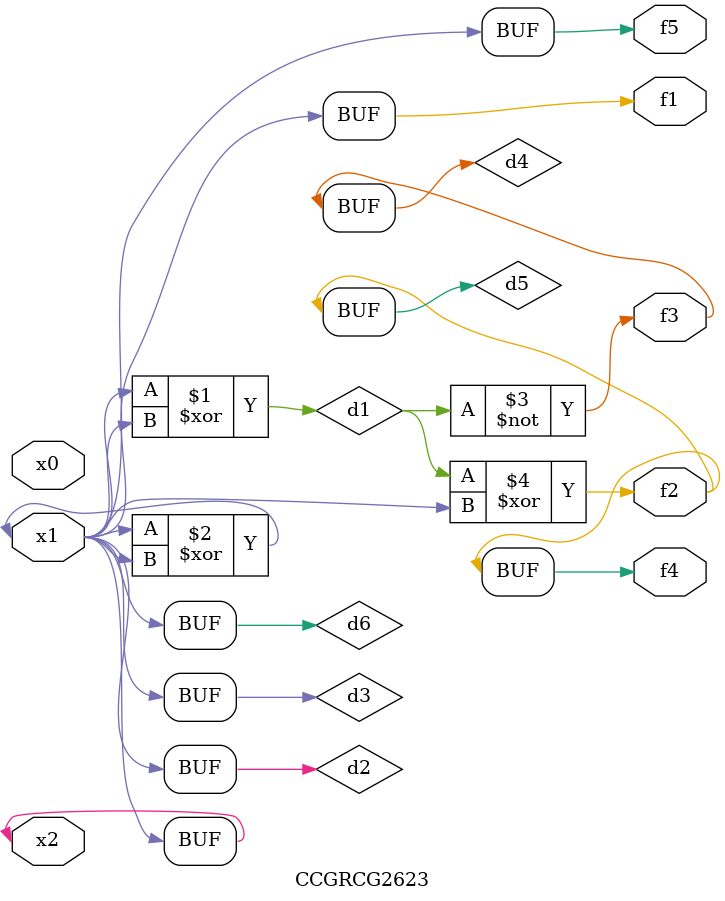
<source format=v>
module CCGRCG2623(
	input x0, x1, x2,
	output f1, f2, f3, f4, f5
);

	wire d1, d2, d3, d4, d5, d6;

	xor (d1, x1, x2);
	buf (d2, x1, x2);
	xor (d3, x1, x2);
	nor (d4, d1);
	xor (d5, d1, d2);
	buf (d6, d2, d3);
	assign f1 = d6;
	assign f2 = d5;
	assign f3 = d4;
	assign f4 = d5;
	assign f5 = d6;
endmodule

</source>
